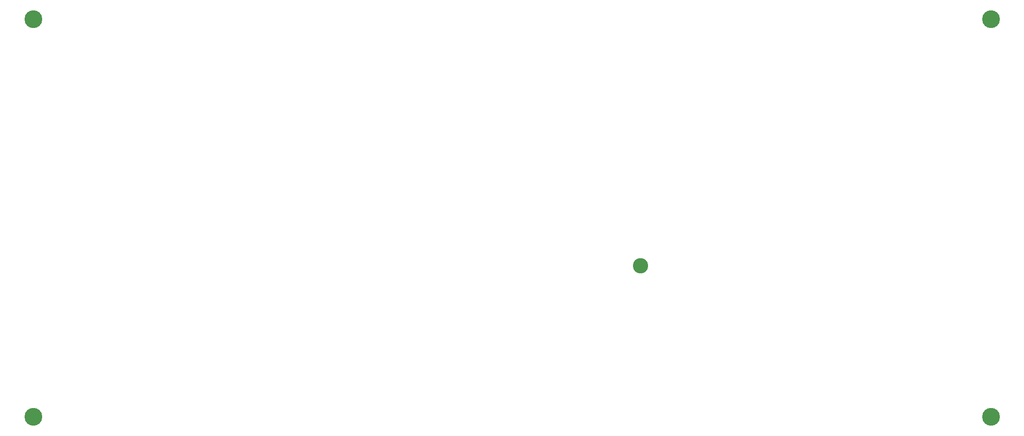
<source format=gbr>
G04 #@! TF.GenerationSoftware,KiCad,Pcbnew,(5.1.8)-1*
G04 #@! TF.CreationDate,2022-11-27T21:50:53+01:00*
G04 #@! TF.ProjectId,pfm3_topsurface,70666d33-5f74-46f7-9073-757266616365,v1.2 / 176*
G04 #@! TF.SameCoordinates,Original*
G04 #@! TF.FileFunction,Soldermask,Bot*
G04 #@! TF.FilePolarity,Negative*
%FSLAX46Y46*%
G04 Gerber Fmt 4.6, Leading zero omitted, Abs format (unit mm)*
G04 Created by KiCad (PCBNEW (5.1.8)-1) date 2022-11-27 21:50:53*
%MOMM*%
%LPD*%
G01*
G04 APERTURE LIST*
%ADD10C,3.102000*%
%ADD11C,3.602000*%
G04 APERTURE END LIST*
D10*
X173990000Y-91313000D03*
D11*
X50800000Y-121920000D03*
X50800000Y-41275000D03*
X245110000Y-41275000D03*
X245110000Y-121920000D03*
M02*

</source>
